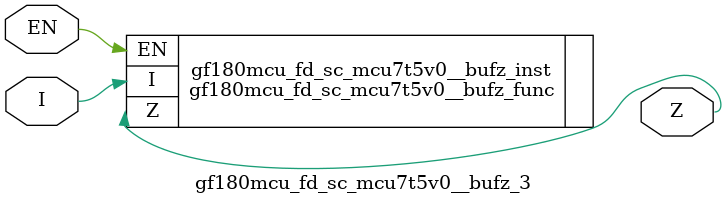
<source format=v>

`ifndef GF180MCU_FD_SC_MCU7T5V0__BUFZ_3_V
`define GF180MCU_FD_SC_MCU7T5V0__BUFZ_3_V

`include gf180mcu_fd_sc_mcu7t5v0__bufz.v

`ifdef USE_POWER_PINS
module gf180mcu_fd_sc_mcu7t5v0__bufz_3( EN, I, Z, VDD, VSS );
inout VDD, VSS;
`else // If not USE_POWER_PINS
module gf180mcu_fd_sc_mcu7t5v0__bufz_3( EN, I, Z );
`endif // If not USE_POWER_PINS
input EN, I;
output Z;

`ifdef USE_POWER_PINS
  gf180mcu_fd_sc_mcu7t5v0__bufz_func gf180mcu_fd_sc_mcu7t5v0__bufz_inst(.EN(EN),.I(I),.Z(Z),.VDD(VDD),.VSS(VSS));
`else // If not USE_POWER_PINS
  gf180mcu_fd_sc_mcu7t5v0__bufz_func gf180mcu_fd_sc_mcu7t5v0__bufz_inst(.EN(EN),.I(I),.Z(Z));
`endif // If not USE_POWER_PINS

`ifndef FUNCTIONAL
	// spec_gates_begin


	// spec_gates_end



   specify

	// specify_block_begin

	// comb arc EN --> Z
	 (EN => Z) = (1.0,1.0);

	// comb arc I --> Z
	 (I => Z) = (1.0,1.0);

	// specify_block_end

   endspecify

   `endif

endmodule
`endif // GF180MCU_FD_SC_MCU7T5V0__BUFZ_3_V

</source>
